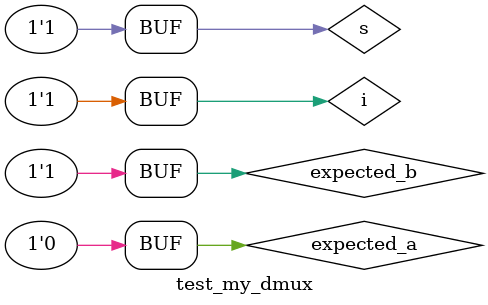
<source format=v>
`include "my_dmux.v"

module test_my_dmux();
   reg i;
   reg s;
   reg expected_a;
   reg expected_b;
   
   wire a;
   wire b;

   my_dmux u1(a, b, i, s);

   initial 
     begin
	i = 0;
	s = 0;
	expected_a = 0;
	expected_b = 0;

	#1 
	i = 0;
	s = 1;
	expected_a = 0;
	expected_b = 0;


	#1 
	i = 1;
	s = 0;
	expected_a = 1;
	expected_b = 0;


	#1 
	i = 1;
	s = 1;
	expected_a = 0;
	expected_b = 1;
     end

   initial
     $monitor("my_dmux %d %b %b (%b %b) (%b %b)", $time, i, s, a, expected_a, b, expected_b);
   
endmodule

</source>
